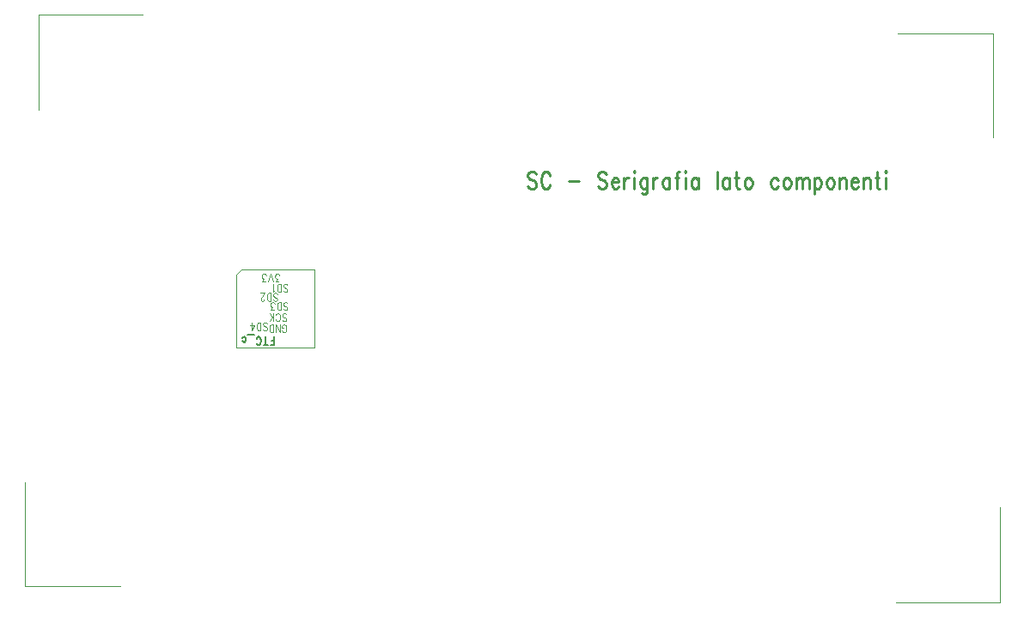
<source format=gbr>
*
*
G04 PADS VX.0 Build Number: 635560 generated Gerber (RS-274-X) file*
G04 PC Version=2.1*
*
%IN "FTC_con_001.pcb"*%
*
%MOIN*%
*
%FSLAX35Y35*%
*
*
*
*
G04 PC Standard Apertures*
*
*
G04 Thermal Relief Aperture macro.*
%AMTER*
1,1,$1,0,0*
1,0,$1-$2,0,0*
21,0,$3,$4,0,0,45*
21,0,$3,$4,0,0,135*
%
*
*
G04 Annular Aperture macro.*
%AMANN*
1,1,$1,0,0*
1,0,$2,0,0*
%
*
*
G04 Odd Aperture macro.*
%AMODD*
1,1,$1,0,0*
1,0,$1-0.005,0,0*
%
*
*
G04 PC Custom Aperture Macros*
*
*
*
*
*
*
G04 PC Aperture Table*
*
%ADD010C,0.01*%
%ADD040C,0.001*%
%ADD158C,0.006*%
%ADD162C,0.00472*%
*
*
*
*
G04 PC Circuitry*
G04 Layer Name FTC_con_001.pcb - circuitry*
%LPD*%
*
*
G04 PC Custom Flashes*
G04 Layer Name FTC_con_001.pcb - flashes*
%LPD*%
*
*
G04 PC Circuitry*
G04 Layer Name FTC_con_001.pcb - circuitry*
%LPD*%
*
G54D10*
G01X494914Y445782D02*
X494460Y446407D01*
X493778Y446720*
X492869*
X492187Y446407*
X491732Y445782*
Y445157*
X491960Y444532*
X492187Y444220*
X492641Y443907*
X494005Y443282*
X494460Y442970*
X494687Y442657*
X494914Y442032*
Y441095*
X494460Y440470*
X493778Y440157*
X492869*
X492187Y440470*
X491732Y441095*
X500369Y445157D02*
X500141Y445782D01*
X499687Y446407*
X499232Y446720*
X498323*
X497869Y446407*
X497414Y445782*
X497187Y445157*
X496960Y444220*
Y442657*
X497187Y441720*
X497414Y441095*
X497869Y440470*
X498323Y440157*
X499232*
X499687Y440470*
X500141Y441095*
X500369Y441720*
X507641Y442970D02*
X511732D01*
X522187Y445782D02*
X521732Y446407D01*
X521050Y446720*
X520141*
X519460Y446407*
X519005Y445782*
Y445157*
X519232Y444532*
X519460Y444220*
X519914Y443907*
X521278Y443282*
X521732Y442970*
X521960Y442657*
X522187Y442032*
Y441095*
X521732Y440470*
X521050Y440157*
X520141*
X519460Y440470*
X519005Y441095*
X524232Y442657D02*
X526960D01*
Y443282*
X526732Y443907*
X526505Y444220*
X526050Y444532*
X525369*
X524914Y444220*
X524460Y443595*
X524232Y442657*
Y442032*
X524460Y441095*
X524914Y440470*
X525369Y440157*
X526050*
X526505Y440470*
X526960Y441095*
X529005Y444532D02*
Y440157D01*
Y442657D02*
X529232Y443595D01*
X529687Y444220*
X530141Y444532*
X530823*
X532869Y446720D02*
X533096Y446407D01*
X533323Y446720*
X533096Y447032*
X532869Y446720*
X533096Y444532D02*
Y440157D01*
X538096Y444532D02*
Y439532D01*
X537869Y438595*
X537641Y438282*
X537187Y437970*
X536505*
X536050Y438282*
X538096Y443595D02*
X537641Y444220D01*
X537187Y444532*
X536505*
X536050Y444220*
X535596Y443595*
X535369Y442657*
Y442032*
X535596Y441095*
X536050Y440470*
X536505Y440157*
X537187*
X537641Y440470*
X538096Y441095*
X540141Y444532D02*
Y440157D01*
Y442657D02*
X540369Y443595D01*
X540823Y444220*
X541278Y444532*
X541960*
X546732D02*
Y440157D01*
Y443595D02*
X546278Y444220D01*
X545823Y444532*
X545141*
X544687Y444220*
X544232Y443595*
X544005Y442657*
Y442032*
X544232Y441095*
X544687Y440470*
X545141Y440157*
X545823*
X546278Y440470*
X546732Y441095*
X550596Y446720D02*
X550141D01*
X549687Y446407*
X549460Y445470*
Y440157*
X548778Y444532D02*
X550369D01*
X552641Y446720D02*
X552869Y446407D01*
X553096Y446720*
X552869Y447032*
X552641Y446720*
X552869Y444532D02*
Y440157D01*
X557869Y444532D02*
Y440157D01*
Y443595D02*
X557414Y444220D01*
X556960Y444532*
X556278*
X555823Y444220*
X555369Y443595*
X555141Y442657*
Y442032*
X555369Y441095*
X555823Y440470*
X556278Y440157*
X556960*
X557414Y440470*
X557869Y441095*
X565141Y446720D02*
Y440157D01*
X569914Y444532D02*
Y440157D01*
Y443595D02*
X569460Y444220D01*
X569005Y444532*
X568323*
X567869Y444220*
X567414Y443595*
X567187Y442657*
Y442032*
X567414Y441095*
X567869Y440470*
X568323Y440157*
X569005*
X569460Y440470*
X569914Y441095*
X572641Y446720D02*
Y441407D01*
X572869Y440470*
X573323Y440157*
X573778*
X571960Y444532D02*
X573550D01*
X576960D02*
X576505Y444220D01*
X576050Y443595*
X575823Y442657*
Y442032*
X576050Y441095*
X576505Y440470*
X576960Y440157*
X577641*
X578096Y440470*
X578550Y441095*
X578778Y442032*
Y442657*
X578550Y443595*
X578096Y444220*
X577641Y444532*
X576960*
X588778Y443595D02*
X588323Y444220D01*
X587869Y444532*
X587187*
X586732Y444220*
X586278Y443595*
X586050Y442657*
Y442032*
X586278Y441095*
X586732Y440470*
X587187Y440157*
X587869*
X588323Y440470*
X588778Y441095*
X591960Y444532D02*
X591505Y444220D01*
X591050Y443595*
X590823Y442657*
Y442032*
X591050Y441095*
X591505Y440470*
X591960Y440157*
X592641*
X593096Y440470*
X593550Y441095*
X593778Y442032*
Y442657*
X593550Y443595*
X593096Y444220*
X592641Y444532*
X591960*
X595823D02*
Y440157D01*
Y443282D02*
X596505Y444220D01*
X596960Y444532*
X597641*
X598096Y444220*
X598323Y443282*
Y440157*
Y443282D02*
X599005Y444220D01*
X599460Y444532*
X600141*
X600596Y444220*
X600823Y443282*
Y440157*
X602869Y444532D02*
Y437970D01*
Y443595D02*
X603323Y444220D01*
X603778Y444532*
X604460*
X604914Y444220*
X605369Y443595*
X605596Y442657*
Y442032*
X605369Y441095*
X604914Y440470*
X604460Y440157*
X603778*
X603323Y440470*
X602869Y441095*
X608778Y444532D02*
X608323Y444220D01*
X607869Y443595*
X607641Y442657*
Y442032*
X607869Y441095*
X608323Y440470*
X608778Y440157*
X609460*
X609914Y440470*
X610369Y441095*
X610596Y442032*
Y442657*
X610369Y443595*
X609914Y444220*
X609460Y444532*
X608778*
X612641D02*
Y440157D01*
Y443282D02*
X613323Y444220D01*
X613778Y444532*
X614460*
X614914Y444220*
X615141Y443282*
Y440157*
X617187Y442657D02*
X619914D01*
Y443282*
X619687Y443907*
X619460Y444220*
X619005Y444532*
X618323*
X617869Y444220*
X617414Y443595*
X617187Y442657*
Y442032*
X617414Y441095*
X617869Y440470*
X618323Y440157*
X619005*
X619460Y440470*
X619914Y441095*
X621960Y444532D02*
Y440157D01*
Y443282D02*
X622641Y444220D01*
X623096Y444532*
X623778*
X624232Y444220*
X624460Y443282*
Y440157*
X627187Y446720D02*
Y441407D01*
X627414Y440470*
X627869Y440157*
X628323*
X626505Y444532D02*
X628096D01*
X630369Y446720D02*
X630596Y446407D01*
X630823Y446720*
X630596Y447032*
X630369Y446720*
X630596Y444532D02*
Y440157D01*
G54D40*
X378543Y378546D02*
X378546Y378543D01*
X408858*
Y408858*
X380512*
X378543Y406890*
Y378546*
X634646Y279528D02*
X674803D01*
Y316535*
X672441Y460236D02*
Y500394D01*
X635433*
X296457Y325984D02*
Y285827D01*
X333465*
X342126Y507874D02*
X301969D01*
Y470866*
G54D158*
X393307Y379396D02*
Y382677D01*
Y379396D02*
X391830D01*
X393307Y380958D02*
X392398D01*
X390012Y379396D02*
Y382677D01*
X390807Y379396D02*
X389216D01*
X386489Y380177D02*
X386603Y379865D01*
X386830Y379552*
X387057Y379396*
X387512*
X387739Y379552*
X387966Y379865*
X388080Y380177*
X388193Y380646*
Y381427*
X388080Y381896*
X387966Y382208*
X387739Y382521*
X387512Y382677*
X387057*
X386830Y382521*
X386603Y382208*
X386489Y381896*
X385466Y383302D02*
X383080D01*
X381034Y380958D02*
X381262Y380646D01*
X381489Y380490*
X381830*
X382057Y380646*
X382284Y380958*
X382398Y381427*
Y381740*
X382284Y382208*
X382057Y382521*
X381830Y382677*
X381489*
X381262Y382521*
X381034Y382208*
G54D162*
X395061Y403986D02*
X393880D01*
X394524Y405167*
X394202*
X393987Y405315*
X393880Y405463*
X393772Y405906*
Y406201*
X393880Y406644*
X394094Y406939*
X394417Y407087*
X394739*
X395061Y406939*
X395168Y406791*
X395276Y406496*
X392806Y403986D02*
X391947Y407087D01*
X391088Y403986D02*
X391947Y407087D01*
X389907Y403986D02*
X388726D01*
X389370Y405167*
X389048*
X388833Y405315*
X388726Y405463*
X388618Y405906*
Y406201*
X388726Y406644*
X388941Y406939*
X389263Y407087*
X389585*
X389907Y406939*
X390014Y406791*
X390122Y406496*
X392985Y396949D02*
X393200Y396654D01*
X393522Y396506*
X393951*
X394273Y396654*
X394488Y396949*
Y397244*
X394381Y397539*
X394273Y397687*
X394059Y397835*
X393414Y398130*
X393200Y398278*
X393092Y398425*
X392985Y398720*
Y399163*
X393200Y399459*
X393522Y399606*
X393951*
X394273Y399459*
X394488Y399163*
X392019Y396506D02*
Y399606D01*
Y396506D02*
X391267D01*
X390945Y396654*
X390730Y396949*
X390623Y397244*
X390515Y397687*
Y398425*
X390623Y398868*
X390730Y399163*
X390945Y399459*
X391267Y399606*
X392019*
X389442Y397244D02*
Y397096D01*
X389334Y396801*
X389227Y396654*
X389012Y396506*
X388583*
X388368Y396654*
X388261Y396801*
X388153Y397096*
Y397392*
X388261Y397687*
X388475Y398130*
X389549Y399606*
X388046*
X389048Y385531D02*
X389263Y385236D01*
X389585Y385089*
X390014*
X390336Y385236*
X390551Y385531*
Y385827*
X390444Y386122*
X390336Y386270*
X390122Y386417*
X389477Y386713*
X389263Y386860*
X389155Y387008*
X389048Y387303*
Y387746*
X389263Y388041*
X389585Y388189*
X390014*
X390336Y388041*
X390551Y387746*
X388082Y385089D02*
Y388189D01*
Y385089D02*
X387330D01*
X387008Y385236*
X386793Y385531*
X386686Y385827*
X386578Y386270*
Y387008*
X386686Y387451*
X386793Y387746*
X387008Y388041*
X387330Y388189*
X388082*
X384538Y385089D02*
X385612Y387156D01*
X384001*
X384538Y385089D02*
Y388189D01*
X396922Y400492D02*
X397137Y400197D01*
X397459Y400049*
X397888*
X398210Y400197*
X398425Y400492*
Y400787*
X398318Y401083*
X398210Y401230*
X397996Y401378*
X397351Y401673*
X397137Y401821*
X397029Y401969*
X396922Y402264*
Y402707*
X397137Y403002*
X397459Y403150*
X397888*
X398210Y403002*
X398425Y402707*
X395956Y400049D02*
Y403150D01*
Y400049D02*
X395204D01*
X394882Y400197*
X394667Y400492*
X394560Y400787*
X394452Y401230*
Y401969*
X394560Y402411*
X394667Y402707*
X394882Y403002*
X395204Y403150*
X395956*
X393486Y400640D02*
X393271Y400492D01*
X392949Y400049*
Y403150*
X396922Y393406D02*
X397137Y393110D01*
X397459Y392963*
X397888*
X398210Y393110*
X398425Y393406*
Y393701*
X398318Y393996*
X398210Y394144*
X397996Y394291*
X397351Y394587*
X397137Y394734*
X397029Y394882*
X396922Y395177*
Y395620*
X397137Y395915*
X397459Y396063*
X397888*
X398210Y395915*
X398425Y395620*
X395956Y392963D02*
Y396063D01*
Y392963D02*
X395204D01*
X394882Y393110*
X394667Y393406*
X394560Y393701*
X394452Y394144*
Y394882*
X394560Y395325*
X394667Y395620*
X394882Y395915*
X395204Y396063*
X395956*
X393271Y392963D02*
X392090D01*
X392734Y394144*
X392412*
X392198Y394291*
X392090Y394439*
X391983Y394882*
Y395177*
X392090Y395620*
X392305Y395915*
X392627Y396063*
X392949*
X393271Y395915*
X393379Y395768*
X393486Y395472*
X396528Y389075D02*
X396743Y388780D01*
X397065Y388632*
X397495*
X397817Y388780*
X398031Y389075*
Y389370*
X397924Y389665*
X397817Y389813*
X397602Y389961*
X396958Y390256*
X396743Y390404*
X396636Y390551*
X396528Y390846*
Y391289*
X396743Y391585*
X397065Y391732*
X397495*
X397817Y391585*
X398031Y391289*
X393951Y389370D02*
X394059Y389075D01*
X394273Y388780*
X394488Y388632*
X394918*
X395132Y388780*
X395347Y389075*
X395455Y389370*
X395562Y389813*
Y390551*
X395455Y390994*
X395347Y391289*
X395132Y391585*
X394918Y391732*
X394488*
X394273Y391585*
X394059Y391289*
X393951Y390994*
X392985Y388632D02*
Y391732D01*
X391482Y388632D02*
X392985Y390699D01*
X392448Y389961D02*
X391482Y391732D01*
X396421Y385039D02*
X396528Y384744D01*
X396743Y384449*
X396958Y384301*
X397387*
X397602Y384449*
X397817Y384744*
X397924Y385039*
X398031Y385482*
Y386220*
X397924Y386663*
X397817Y386959*
X397602Y387254*
X397387Y387402*
X396958*
X396743Y387254*
X396528Y386959*
X396421Y386663*
Y386220*
X396958D02*
X396421D01*
X395455Y384301D02*
Y387402D01*
Y384301D02*
X393951Y387402D01*
Y384301D02*
Y387402D01*
X392985Y384301D02*
Y387402D01*
Y384301D02*
X392233D01*
X391911Y384449*
X391696Y384744*
X391589Y385039*
X391482Y385482*
Y386220*
X391589Y386663*
X391696Y386959*
X391911Y387254*
X392233Y387402*
X392985*
X0Y0D02*
M02*

</source>
